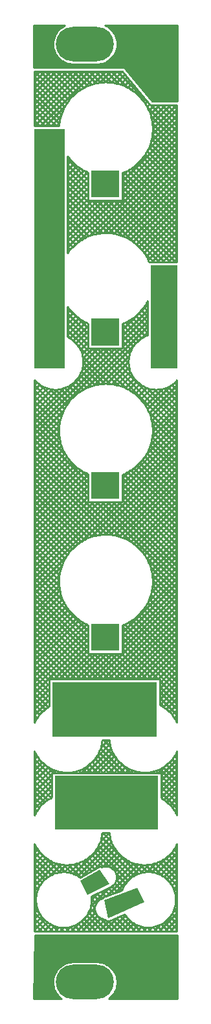
<source format=gtl>
G04 DipTrace 3.3.0.0*
G04 uPeaks_panel.GTL*
%MOIN*%
G04 #@! TF.FileFunction,Copper,L1,Top*
G04 #@! TF.Part,Single*
G04 #@! TA.AperFunction,CopperBalancing*
%ADD14C,0.01*%
G04 #@! TA.AperFunction,ComponentPad*
%ADD17O,0.299213X0.177165*%
%FSLAX26Y26*%
G04*
G70*
G90*
G75*
G01*
G04 Top*
%LPD*%
X450954Y5190396D2*
D14*
X425714Y5165156D1*
X479239Y5190396D2*
X425714Y5136871D1*
X507523Y5190396D2*
X425714Y5108587D1*
X535807Y5190396D2*
X425714Y5080303D1*
X564091Y5190396D2*
X425714Y5052018D1*
X592376Y5190396D2*
X425714Y5023734D1*
X620660Y5190396D2*
X425714Y4995450D1*
X648944Y5190396D2*
X425714Y4967166D1*
X677229Y5190396D2*
X425714Y4938881D1*
X705513Y5190396D2*
X425714Y4910597D1*
X733797Y5190396D2*
X453515Y4910114D1*
X762081Y5190396D2*
X679596Y5107910D1*
X578082Y5006396D2*
X481799Y4910114D1*
X790366Y5190396D2*
X726883Y5126914D1*
X559092Y4959122D2*
X510083Y4910114D1*
X818650Y5190396D2*
X762405Y5134151D1*
X551855Y4923601D2*
X538368Y4910114D1*
X846934Y5190396D2*
X792595Y5136056D1*
X875218Y5190396D2*
X819401Y5134579D1*
X889374Y5176268D2*
X843708Y5130601D1*
X902126Y5160734D2*
X866044Y5124653D1*
X914887Y5145211D2*
X886691Y5117015D1*
X927634Y5129674D2*
X905860Y5107900D1*
X940395Y5114151D2*
X923676Y5097432D1*
X953142Y5098614D2*
X940249Y5085720D1*
X600279Y4745751D2*
X595603Y4741075D1*
X965903Y5083091D2*
X955606Y5072794D1*
X613206Y4730394D2*
X595603Y4712791D1*
X978664Y5067568D2*
X969790Y5058693D1*
X627307Y4716210D2*
X595603Y4684506D1*
X991412Y5052031D2*
X982799Y5043418D1*
X642581Y4703200D2*
X595603Y4656222D1*
X1004173Y5036507D2*
X994607Y5026942D1*
X659058Y4691392D2*
X595603Y4627938D1*
X1016920Y5020970D2*
X1005159Y5009209D1*
X676790Y4680841D2*
X595603Y4599654D1*
X1039625Y5015391D2*
X1014384Y4990150D1*
X695849Y4671615D2*
X595603Y4571369D1*
X1067909Y5015391D2*
X1022132Y4969614D1*
X700890Y4648372D2*
X595603Y4543085D1*
X1096193Y5015391D2*
X1028236Y4947434D1*
X700890Y4620088D2*
X595603Y4514801D1*
X1124477Y5015391D2*
X1032366Y4923279D1*
X700890Y4591804D2*
X595603Y4486516D1*
X1152762Y5015391D2*
X1034051Y4896680D1*
X700890Y4563519D2*
X595603Y4458232D1*
X1158286Y4992631D2*
X1032435Y4866780D1*
X700890Y4535235D2*
X595603Y4429948D1*
X1158286Y4964347D2*
X1025709Y4831770D1*
X721827Y4527888D2*
X595603Y4401664D1*
X1158286Y4936062D2*
X1008156Y4785932D1*
X900068Y4677844D2*
X876857Y4654634D1*
X750111Y4527888D2*
X595603Y4373379D1*
X1158286Y4907778D2*
X876857Y4626350D1*
X778396Y4527888D2*
X595603Y4345095D1*
X1158286Y4879494D2*
X876857Y4598065D1*
X806680Y4527888D2*
X595603Y4316811D1*
X1158286Y4851210D2*
X876857Y4569781D1*
X834964Y4527888D2*
X595603Y4288527D1*
X1158286Y4822925D2*
X876857Y4541497D1*
X863248Y4527888D2*
X648898Y4313538D1*
X1158286Y4794641D2*
X710149Y4346504D1*
X1158286Y4766357D2*
X748998Y4357069D1*
X1158286Y4738072D2*
X780984Y4360770D1*
X1158286Y4709788D2*
X809006Y4360508D1*
X1158286Y4681504D2*
X834238Y4357456D1*
X1158286Y4653220D2*
X857315Y4352249D1*
X1158286Y4624935D2*
X878611Y4345261D1*
X1158286Y4596651D2*
X898347Y4336712D1*
X1158286Y4568367D2*
X916701Y4326782D1*
X1158286Y4540083D2*
X933757Y4315554D1*
X1158286Y4511798D2*
X949598Y4303111D1*
X607889Y3961401D2*
X595603Y3949115D1*
X1158286Y4483514D2*
X964251Y4289479D1*
X621520Y3946748D2*
X595603Y3920831D1*
X1158286Y4455230D2*
X977731Y4274674D1*
X636325Y3933269D2*
X595603Y3892547D1*
X1158286Y4426945D2*
X990022Y4258682D1*
X652318Y3920977D2*
X595603Y3864262D1*
X1158286Y4398661D2*
X1001098Y4241474D1*
X669526Y3909901D2*
X595603Y3835978D1*
X1158286Y4370377D2*
X1010863Y4222953D1*
X688046Y3900137D2*
X608364Y3820455D1*
X1158286Y4342093D2*
X1026303Y4210109D1*
X700890Y3884697D2*
X624744Y3808550D1*
X1158286Y4313808D2*
X1054587Y4210109D1*
X700890Y3856412D2*
X639120Y3794643D1*
X435573Y3591096D2*
X425704Y3581226D1*
X1158286Y4285524D2*
X1082871Y4210109D1*
X700890Y3828128D2*
X651495Y3778733D1*
X451483Y3578721D2*
X425704Y3552942D1*
X1158286Y4257240D2*
X1111156Y4210109D1*
X700890Y3799844D2*
X661770Y3760724D1*
X469492Y3568446D2*
X425704Y3524658D1*
X1158286Y4228956D2*
X1139440Y4210109D1*
X700890Y3771560D2*
X669656Y3740325D1*
X489877Y3560546D2*
X425704Y3496374D1*
X723001Y3765386D2*
X674628Y3717013D1*
X513203Y3555588D2*
X425704Y3468089D1*
X879559Y3893660D2*
X876857Y3890959D1*
X751285Y3765386D2*
X675443Y3689544D1*
X540659Y3554760D2*
X425704Y3439805D1*
X1007142Y3992959D2*
X968174Y3953990D1*
X957009Y3942826D2*
X876857Y3862674D1*
X779570Y3765386D2*
X668661Y3654478D1*
X575738Y3561554D2*
X425704Y3411521D1*
X1007142Y3964674D2*
X876857Y3834390D1*
X807854Y3765386D2*
X425704Y3383236D1*
X1007142Y3936390D2*
X876857Y3806106D1*
X836138Y3765386D2*
X425704Y3354952D1*
X1007142Y3908106D2*
X876857Y3777821D1*
X864422Y3765386D2*
X425704Y3326668D1*
X1007142Y3879822D2*
X690814Y3563493D1*
X572506Y3445186D2*
X425704Y3298384D1*
X1007142Y3851537D2*
X974361Y3818756D1*
X931570Y3775965D2*
X734552Y3578948D1*
X557052Y3401447D2*
X425704Y3270099D1*
X911351Y3727462D2*
X768761Y3584872D1*
X551127Y3367238D2*
X425704Y3241815D1*
X908216Y3696043D2*
X798164Y3585991D1*
X550008Y3337835D2*
X425704Y3213531D1*
X910812Y3670355D2*
X824418Y3583961D1*
X552039Y3311581D2*
X425704Y3185247D1*
X916972Y3648230D2*
X848311Y3579569D1*
X556430Y3287689D2*
X425704Y3156962D1*
X925811Y3628785D2*
X870284Y3573258D1*
X562742Y3265716D2*
X425704Y3128678D1*
X936915Y3611604D2*
X890613Y3565303D1*
X570697Y3245387D2*
X425704Y3100394D1*
X950049Y3596454D2*
X909506Y3555911D1*
X580088Y3226494D2*
X425704Y3072110D1*
X965171Y3583292D2*
X927073Y3545194D1*
X590805Y3208926D2*
X425704Y3043825D1*
X982338Y3572175D2*
X943397Y3533234D1*
X602765Y3192602D2*
X425704Y3015541D1*
X1001756Y3563308D2*
X958520Y3520073D1*
X615927Y3177479D2*
X425704Y2987257D1*
X1023853Y3557121D2*
X972483Y3505751D1*
X630248Y3163517D2*
X425704Y2958972D1*
X1049485Y3554470D2*
X985244Y3490228D1*
X645772Y3150756D2*
X425704Y2930688D1*
X1080822Y3557522D2*
X996817Y3473517D1*
X662483Y3139182D2*
X425704Y2902404D1*
X1128842Y3577257D2*
X1007106Y3455522D1*
X680478Y3128894D2*
X425704Y2874120D1*
X1158286Y3578417D2*
X1016055Y3436187D1*
X699813Y3119944D2*
X425704Y2845835D1*
X1158286Y3550133D2*
X1023485Y3415333D1*
X700890Y3092737D2*
X425704Y2817551D1*
X1158286Y3521849D2*
X1029217Y3392780D1*
X700890Y3064453D2*
X425704Y2789267D1*
X1158286Y3493564D2*
X1032918Y3368197D1*
X700890Y3036169D2*
X425704Y2760983D1*
X1158286Y3465280D2*
X1034037Y3341031D1*
X700890Y3007884D2*
X425704Y2732698D1*
X1158286Y3436996D2*
X1031592Y3310302D1*
X700890Y2979600D2*
X425704Y2704414D1*
X1158286Y3408712D2*
X1023416Y3273842D1*
X727462Y2977888D2*
X425704Y2676130D1*
X1158286Y3380427D2*
X1001499Y3223640D1*
X912359Y3134501D2*
X876857Y3098999D1*
X755746Y2977888D2*
X425704Y2647845D1*
X1158286Y3352143D2*
X876857Y3070715D1*
X784030Y2977888D2*
X425704Y2619561D1*
X1158286Y3323859D2*
X876857Y3042430D1*
X812315Y2977888D2*
X425704Y2591277D1*
X1158286Y3295575D2*
X876857Y3014146D1*
X840599Y2977888D2*
X425704Y2562993D1*
X1158286Y3267290D2*
X876857Y2985862D1*
X868890Y2977894D2*
X666314Y2775318D1*
X585681Y2694686D2*
X425704Y2534708D1*
X1158286Y3239006D2*
X718711Y2799431D1*
X561568Y2642288D2*
X425704Y2506424D1*
X1158286Y3210722D2*
X755779Y2808215D1*
X552784Y2605220D2*
X425704Y2478140D1*
X1158286Y3182438D2*
X786839Y2810991D1*
X550008Y2574160D2*
X425704Y2449856D1*
X1158286Y3154153D2*
X814226Y2810093D1*
X550906Y2546773D2*
X425704Y2421571D1*
X1158286Y3125869D2*
X838989Y2806572D1*
X554428Y2522011D2*
X425704Y2393287D1*
X1158286Y3097585D2*
X861693Y2800992D1*
X560007Y2499306D2*
X425704Y2365003D1*
X1158286Y3069300D2*
X882658Y2793672D1*
X567327Y2478341D2*
X425704Y2336718D1*
X1158286Y3041016D2*
X902103Y2784834D1*
X576166Y2458896D2*
X425704Y2308434D1*
X1158286Y3012732D2*
X920195Y2774641D1*
X586358Y2440804D2*
X425704Y2280150D1*
X1158286Y2984448D2*
X937003Y2763165D1*
X597835Y2423996D2*
X425704Y2251866D1*
X1158286Y2956163D2*
X952609Y2750486D1*
X610513Y2408390D2*
X425704Y2223581D1*
X1158286Y2927879D2*
X967027Y2736620D1*
X624379Y2393972D2*
X425704Y2195297D1*
X1158286Y2899595D2*
X980272Y2721581D1*
X639419Y2380728D2*
X425704Y2167013D1*
X1158286Y2871311D2*
X992329Y2705353D1*
X655646Y2368671D2*
X425704Y2138729D1*
X1158286Y2843026D2*
X1003142Y2687883D1*
X673117Y2357857D2*
X425704Y2110444D1*
X1158286Y2814742D2*
X1012644Y2669100D1*
X691899Y2348355D2*
X425704Y2082160D1*
X1158286Y2786458D2*
X1020710Y2648881D1*
X700890Y2329062D2*
X425704Y2053876D1*
X1158286Y2758173D2*
X1027145Y2627033D1*
X700890Y2300778D2*
X425704Y2025591D1*
X1158286Y2729889D2*
X1031703Y2603306D1*
X700890Y2272493D2*
X425704Y1997307D1*
X1158286Y2701605D2*
X1033940Y2577259D1*
X700890Y2244209D2*
X523042Y2066361D1*
X500898Y2044217D2*
X425704Y1969023D1*
X1158286Y2673321D2*
X1033098Y2548132D1*
X700890Y2215925D2*
X551326Y2066361D1*
X500898Y2015932D2*
X425704Y1940739D1*
X1158286Y2645036D2*
X1027629Y2514379D1*
X709895Y2196645D2*
X579610Y2066361D1*
X500898Y1987648D2*
X425704Y1912454D1*
X1158286Y2616752D2*
X1013293Y2471759D1*
X889240Y2347706D2*
X876857Y2335324D1*
X738179Y2196645D2*
X607895Y2066361D1*
X500898Y1959364D2*
X425704Y1884170D1*
X1158286Y2588468D2*
X876857Y2307039D1*
X766463Y2196645D2*
X636179Y2066361D1*
X500898Y1931079D2*
X490421Y1920603D1*
X440393Y1870575D2*
X425704Y1855886D1*
X1158286Y2560184D2*
X876857Y2278755D1*
X794747Y2196645D2*
X664463Y2066361D1*
X1158286Y2531899D2*
X876857Y2250471D1*
X823032Y2196645D2*
X692747Y2066361D1*
X1158286Y2503615D2*
X876857Y2222186D1*
X851316Y2196645D2*
X721032Y2066361D1*
X1158286Y2475331D2*
X749316Y2066361D1*
X1158286Y2447046D2*
X777600Y2066361D1*
X1158286Y2418762D2*
X805884Y2066361D1*
X1158286Y2390478D2*
X834169Y2066361D1*
X437783Y1669975D2*
X425704Y1657896D1*
X1158286Y2362194D2*
X862453Y2066361D1*
X449646Y1653554D2*
X425704Y1629612D1*
X1158286Y2333909D2*
X890737Y2066361D1*
X463084Y1638707D2*
X425704Y1601327D1*
X1158286Y2305625D2*
X919021Y2066361D1*
X478082Y1625422D2*
X425704Y1573043D1*
X1158286Y2277341D2*
X947306Y2066361D1*
X494655Y1613710D2*
X425704Y1544759D1*
X1158286Y2249057D2*
X975590Y2066361D1*
X512927Y1603697D2*
X425704Y1516475D1*
X1158286Y2220772D2*
X1003874Y2066361D1*
X533063Y1595549D2*
X522627Y1585114D1*
X513396Y1575883D2*
X425704Y1488190D1*
X1158286Y2192488D2*
X1032159Y2066361D1*
X555367Y1589569D2*
X550912Y1585114D1*
X513396Y1547598D2*
X425704Y1459906D1*
X1158286Y2164204D2*
X1060443Y2066361D1*
X513396Y1519314D2*
X425704Y1431622D1*
X1158286Y2135919D2*
X1070608Y2048241D1*
X513396Y1491030D2*
X425704Y1403338D1*
X1158286Y2107635D2*
X1070608Y2019957D1*
X803545Y1752894D2*
X767035Y1716384D1*
X644625Y1593975D2*
X635764Y1585114D1*
X513396Y1462746D2*
X505378Y1454727D1*
X431278Y1380627D2*
X425704Y1375053D1*
X1158286Y2079351D2*
X1070608Y1991672D1*
X812356Y1733421D2*
X736182Y1657247D1*
X703763Y1624828D2*
X664049Y1585114D1*
X1158286Y2051067D2*
X1070608Y1963388D1*
X818226Y1711006D2*
X692333Y1585114D1*
X1158286Y2022782D2*
X1070608Y1935104D1*
X826291Y1690787D2*
X720617Y1585114D1*
X1158286Y1994498D2*
X1088561Y1924774D1*
X836235Y1672447D2*
X748902Y1585114D1*
X1158286Y1966214D2*
X1105217Y1913145D1*
X847863Y1655791D2*
X777186Y1585114D1*
X1158286Y1937930D2*
X1120285Y1899928D1*
X861080Y1640724D2*
X805470Y1585114D1*
X429552Y1209195D2*
X425706Y1205349D1*
X1158286Y1909645D2*
X1133791Y1885151D1*
X875844Y1627203D2*
X833754Y1585114D1*
X440089Y1191449D2*
X425704Y1177063D1*
X1158286Y1881361D2*
X1145724Y1868799D1*
X892209Y1615284D2*
X862039Y1585114D1*
X452284Y1175359D2*
X425704Y1148779D1*
X1158286Y1853077D2*
X1155989Y1850780D1*
X910219Y1605009D2*
X890323Y1585114D1*
X466039Y1160830D2*
X425704Y1120495D1*
X930078Y1596585D2*
X918607Y1585114D1*
X481369Y1147876D2*
X425704Y1092211D1*
X952051Y1590273D2*
X946891Y1585114D1*
X498287Y1136510D2*
X425704Y1063926D1*
X516918Y1126856D2*
X425704Y1035642D1*
X537468Y1119122D2*
X425704Y1007358D1*
X1038976Y1592345D2*
X1031744Y1585114D1*
X560284Y1113653D2*
X503513Y1056883D1*
X451027Y1004397D2*
X425704Y979073D1*
X1158286Y1683371D2*
X1146069Y1671154D1*
X1089854Y1614939D2*
X1060029Y1585114D1*
X585985Y1111070D2*
X548881Y1073967D1*
X433930Y959015D2*
X425704Y950789D1*
X1158286Y1655087D2*
X1076850Y1573651D1*
X781089Y1277890D2*
X773346Y1270147D1*
X615858Y1112659D2*
X579693Y1076494D1*
X431416Y928217D2*
X425704Y922505D1*
X1158286Y1626803D2*
X1076850Y1545367D1*
X809373Y1277890D2*
X764107Y1232624D1*
X653381Y1121898D2*
X605022Y1073538D1*
X434358Y902874D2*
X425704Y894221D1*
X1158286Y1598518D2*
X1076850Y1517082D1*
X813364Y1253597D2*
X626912Y1067144D1*
X440752Y880984D2*
X425704Y865936D1*
X1158286Y1570234D2*
X1076850Y1488798D1*
X819731Y1231679D2*
X646164Y1058112D1*
X449784Y861732D2*
X425704Y837652D1*
X1158286Y1541950D2*
X1076850Y1460514D1*
X828197Y1211861D2*
X672321Y1055985D1*
X461054Y844718D2*
X425704Y809368D1*
X1158286Y1513666D2*
X1092125Y1447504D1*
X838500Y1193879D2*
X736983Y1092362D1*
X474354Y829733D2*
X425704Y781084D1*
X1158286Y1485381D2*
X1108449Y1435544D1*
X850460Y1177555D2*
X776758Y1103853D1*
X489628Y816723D2*
X445509Y772604D1*
X1158286Y1457097D2*
X1123199Y1422010D1*
X863994Y1162805D2*
X805802Y1104613D1*
X506974Y805785D2*
X473793Y772604D1*
X1158286Y1428813D2*
X1136388Y1406914D1*
X879089Y1149616D2*
X825316Y1095843D1*
X526586Y797112D2*
X502077Y772604D1*
X1158286Y1400528D2*
X1147975Y1390217D1*
X895773Y1138015D2*
X839403Y1081645D1*
X548917Y791160D2*
X530361Y772604D1*
X914155Y1128113D2*
X848035Y1061993D1*
X751686Y965644D2*
X719043Y933001D1*
X574909Y788867D2*
X558646Y772604D1*
X934415Y1120089D2*
X846888Y1032562D1*
X808144Y993818D2*
X715314Y900988D1*
X606908Y792582D2*
X586930Y772604D1*
X956885Y1114274D2*
X794049Y951438D1*
X734782Y892171D2*
X691201Y848590D1*
X659306Y816696D2*
X615214Y772604D1*
X982117Y1111222D2*
X838975Y968080D1*
X738124Y867229D2*
X643498Y772604D1*
X1011271Y1112092D2*
X970784Y1071605D1*
X748716Y849538D2*
X671783Y772604D1*
X1047262Y1119799D2*
X1004482Y1077019D1*
X764502Y837039D2*
X700067Y772604D1*
X1158286Y1202539D2*
X1124331Y1168584D1*
X1117423Y1161675D2*
X1031316Y1075569D1*
X786282Y830534D2*
X728351Y772604D1*
X1158286Y1174254D2*
X1054228Y1070196D1*
X805810Y821778D2*
X756636Y772604D1*
X1158286Y1145970D2*
X1074295Y1061979D1*
X854589Y842273D2*
X784920Y772604D1*
X1158286Y1117686D2*
X1092042Y1051441D1*
X891367Y850767D2*
X813204Y772604D1*
X1158286Y1089401D2*
X1107689Y1038805D1*
X903990Y835105D2*
X841488Y772604D1*
X1158286Y1061117D2*
X1121362Y1024193D1*
X918615Y821447D2*
X869773Y772604D1*
X1158286Y1032833D2*
X1133004Y1007551D1*
X935257Y809804D2*
X898057Y772604D1*
X1158286Y1004549D2*
X1142464Y988727D1*
X954067Y800330D2*
X926341Y772604D1*
X1158286Y976264D2*
X1149397Y967376D1*
X975433Y793411D2*
X954625Y772604D1*
X1158286Y947980D2*
X1153064Y942758D1*
X1000029Y789724D2*
X982910Y772604D1*
X1158286Y919696D2*
X1151828Y913238D1*
X1029570Y790980D2*
X1011194Y772604D1*
X1158286Y891412D2*
X1139523Y872648D1*
X1070160Y803286D2*
X1039478Y772604D1*
X1158286Y863127D2*
X1067763Y772604D1*
X1158286Y834843D2*
X1096047Y772604D1*
X1158286Y806559D2*
X1124331Y772604D1*
X1158286Y778274D2*
X1152615Y772604D1*
X1138349Y5015387D2*
X1158286Y4995450D1*
X1110065Y5015387D2*
X1158286Y4967166D1*
X1081780Y5015387D2*
X1158286Y4938881D1*
X878487Y5190396D2*
X880914Y5187969D1*
X1053496Y5015387D2*
X1158286Y4910597D1*
X850203Y5190396D2*
X1011037Y5029562D1*
X1023817Y5016782D2*
X1158286Y4882313D1*
X821919Y5190396D2*
X904404Y5107910D1*
X1005918Y5006396D2*
X1158286Y4854029D1*
X793634Y5190396D2*
X857117Y5126914D1*
X1024908Y4959122D2*
X1158286Y4825744D1*
X765350Y5190396D2*
X821595Y5134151D1*
X1032145Y4923601D2*
X1158286Y4797460D1*
X737066Y5190396D2*
X791405Y5136056D1*
X1034064Y4893397D2*
X1158286Y4769176D1*
X708782Y5190396D2*
X764599Y5134579D1*
X1032573Y4866605D2*
X1158286Y4740892D1*
X680497Y5190396D2*
X740292Y5130601D1*
X1028609Y4842284D2*
X1158286Y4712607D1*
X652223Y5190386D2*
X717956Y5124653D1*
X1022653Y4819956D2*
X1158296Y4684313D1*
X623939Y5190386D2*
X697309Y5117015D1*
X1015016Y4799309D2*
X1158296Y4656029D1*
X595654Y5190386D2*
X678140Y5107900D1*
X1005901Y4780140D2*
X1158296Y4627744D1*
X567370Y5190386D2*
X660324Y5097432D1*
X995432Y4762324D2*
X1158296Y4599460D1*
X539086Y5190386D2*
X643751Y5085720D1*
X983721Y4745751D2*
X1158296Y4571176D1*
X510802Y5190386D2*
X628394Y5072794D1*
X970794Y4730394D2*
X1158296Y4542892D1*
X482517Y5190386D2*
X614210Y5058693D1*
X956693Y4716210D2*
X1158296Y4514607D1*
X454233Y5190386D2*
X601201Y5043418D1*
X941419Y4703200D2*
X1158296Y4486323D1*
X425949Y5190386D2*
X589393Y5026942D1*
X924942Y4691392D2*
X1158296Y4458039D1*
X425714Y5162336D2*
X578841Y5009209D1*
X907210Y4680841D2*
X1158296Y4429755D1*
X425714Y5134052D2*
X569616Y4990150D1*
X888151Y4671615D2*
X1158296Y4401470D1*
X425714Y5105768D2*
X561868Y4969614D1*
X876854Y4654628D2*
X1158296Y4373186D1*
X425714Y5077484D2*
X555764Y4947434D1*
X876854Y4626344D2*
X1158296Y4344902D1*
X425714Y5049199D2*
X551634Y4923279D1*
X876854Y4598060D2*
X1158296Y4316617D1*
X425714Y5020915D2*
X536525Y4910104D1*
X876854Y4569775D2*
X1158296Y4288333D1*
X425714Y4992631D2*
X508241Y4910104D1*
X876854Y4541491D2*
X1158296Y4260049D1*
X425714Y4964347D2*
X479957Y4910104D1*
X862173Y4527888D2*
X1158296Y4231765D1*
X425714Y4936062D2*
X451673Y4910104D1*
X683932Y4677844D2*
X700886Y4660890D1*
X833889Y4527888D2*
X1151667Y4210109D1*
X595613Y4737879D2*
X700886Y4632606D1*
X805604Y4527888D2*
X1123383Y4210109D1*
X595613Y4709595D2*
X700886Y4604322D1*
X777320Y4527888D2*
X1095098Y4210109D1*
X595613Y4681311D2*
X700886Y4576037D1*
X749036Y4527888D2*
X1066814Y4210109D1*
X595613Y4653026D2*
X700886Y4547753D1*
X720752Y4527888D2*
X935102Y4313538D1*
X986538Y4262101D2*
X1038530Y4210109D1*
X595613Y4624742D2*
X873851Y4346504D1*
X595613Y4596458D2*
X835002Y4357069D1*
X595613Y4568173D2*
X803016Y4360770D1*
X595613Y4539889D2*
X774994Y4360508D1*
X595613Y4511605D2*
X749762Y4357456D1*
X595613Y4483321D2*
X726685Y4352249D1*
X595613Y4455036D2*
X705389Y4345261D1*
X595613Y4426752D2*
X685653Y4336712D1*
X595613Y4398468D2*
X667299Y4326782D1*
X999783Y3994298D2*
X1007138Y3986943D1*
X595613Y4370184D2*
X650243Y4315554D1*
X988554Y3977242D2*
X1007138Y3958658D1*
X595613Y4341899D2*
X634402Y4303111D1*
X976111Y3961401D2*
X1007138Y3930374D1*
X595613Y4313615D2*
X619749Y4289479D1*
X962480Y3946748D2*
X1007138Y3902090D1*
X595613Y4285331D2*
X606269Y4274674D1*
X947675Y3933269D2*
X1007138Y3873806D1*
X931682Y3920977D2*
X1007138Y3845521D1*
X914474Y3909901D2*
X994156Y3830219D1*
X895954Y3900137D2*
X975622Y3820469D1*
X876854Y3890953D2*
X959243Y3808564D1*
X876854Y3862669D2*
X944866Y3794657D1*
X1148413Y3591109D2*
X1158296Y3581226D1*
X876854Y3834384D2*
X932478Y3778761D1*
X1132503Y3578735D2*
X1158296Y3552942D1*
X876854Y3806100D2*
X922202Y3760751D1*
X1114494Y3568460D2*
X1158296Y3524658D1*
X876854Y3777816D2*
X914303Y3740367D1*
X1094109Y3560560D2*
X1158296Y3496374D1*
X860999Y3765386D2*
X909345Y3717041D1*
X1070797Y3555588D2*
X1158296Y3468089D1*
X832715Y3765386D2*
X908516Y3689585D1*
X1043341Y3554760D2*
X1158296Y3439805D1*
X595613Y3974204D2*
X615826Y3953990D1*
X626991Y3942826D2*
X700886Y3868930D1*
X804430Y3765386D2*
X915283Y3654533D1*
X1008276Y3561541D2*
X1158296Y3411521D1*
X595613Y3945919D2*
X700886Y3840646D1*
X776146Y3765386D2*
X1158296Y3383236D1*
X595613Y3917635D2*
X700886Y3812362D1*
X747862Y3765386D2*
X1158296Y3354952D1*
X595613Y3889351D2*
X700886Y3784078D1*
X719578Y3765386D2*
X1158296Y3326668D1*
X595613Y3861067D2*
X893186Y3563493D1*
X1011494Y3445186D2*
X1158296Y3298384D1*
X595613Y3832782D2*
X609708Y3818687D1*
X652320Y3776076D2*
X849448Y3578948D1*
X1026948Y3401447D2*
X1158296Y3270099D1*
X672594Y3727517D2*
X815239Y3584872D1*
X1032873Y3367238D2*
X1158296Y3241815D1*
X675756Y3696070D2*
X785836Y3585991D1*
X1033992Y3337835D2*
X1158296Y3213531D1*
X673146Y3670396D2*
X759582Y3583961D1*
X1031961Y3311581D2*
X1158296Y3185247D1*
X667000Y3648258D2*
X735689Y3579569D1*
X1027570Y3287689D2*
X1158296Y3156962D1*
X658162Y3628812D2*
X713716Y3573258D1*
X1021258Y3265716D2*
X1158296Y3128678D1*
X647072Y3611618D2*
X693387Y3565303D1*
X1013303Y3245387D2*
X1158296Y3100394D1*
X633938Y3596468D2*
X674494Y3555911D1*
X1003912Y3226494D2*
X1158296Y3072110D1*
X618815Y3583306D2*
X656927Y3545194D1*
X993195Y3208926D2*
X1158296Y3043825D1*
X601648Y3572189D2*
X640603Y3533234D1*
X981235Y3192602D2*
X1158296Y3015541D1*
X582230Y3563322D2*
X625480Y3520073D1*
X968073Y3177479D2*
X1158296Y2987257D1*
X560147Y3557121D2*
X611517Y3505751D1*
X953752Y3163517D2*
X1158296Y2958972D1*
X534515Y3554470D2*
X598756Y3490228D1*
X938228Y3150756D2*
X1158296Y2930688D1*
X503192Y3557508D2*
X587183Y3473517D1*
X921517Y3139182D2*
X1158296Y2902404D1*
X455227Y3577188D2*
X576894Y3455522D1*
X903522Y3128894D2*
X1158296Y2874120D1*
X425714Y3578417D2*
X567945Y3436187D1*
X884187Y3119944D2*
X1158296Y2845835D1*
X425714Y3550133D2*
X560515Y3415333D1*
X876854Y3098993D2*
X1158296Y2817551D1*
X425714Y3521849D2*
X554783Y3392780D1*
X876854Y3070709D2*
X1158296Y2789267D1*
X425714Y3493564D2*
X551082Y3368197D1*
X876854Y3042425D2*
X1158296Y2760983D1*
X425714Y3465280D2*
X549963Y3341031D1*
X876854Y3014141D2*
X1158296Y2732698D1*
X425714Y3436996D2*
X552408Y3310302D1*
X876854Y2985856D2*
X1158296Y2704414D1*
X425714Y3408712D2*
X560584Y3273842D1*
X856538Y2977888D2*
X1158296Y2676130D1*
X425714Y3380427D2*
X582501Y3223640D1*
X671641Y3134501D2*
X700886Y3105255D1*
X828254Y2977888D2*
X1158296Y2647845D1*
X425714Y3352143D2*
X700886Y3076971D1*
X799970Y2977888D2*
X1158296Y2619561D1*
X425714Y3323859D2*
X700886Y3048687D1*
X771685Y2977888D2*
X1158296Y2591277D1*
X425714Y3295575D2*
X700886Y3020402D1*
X743401Y2977888D2*
X1158296Y2562993D1*
X425714Y3267290D2*
X700886Y2992118D1*
X715117Y2977888D2*
X917686Y2775318D1*
X998319Y2694686D2*
X1158296Y2534708D1*
X425714Y3239006D2*
X865289Y2799431D1*
X1022432Y2642288D2*
X1158296Y2506424D1*
X425714Y3210722D2*
X828221Y2808215D1*
X1031216Y2605220D2*
X1158296Y2478140D1*
X425714Y3182438D2*
X797161Y2810991D1*
X1033992Y2574160D2*
X1158296Y2449856D1*
X425714Y3154153D2*
X769774Y2810093D1*
X1033094Y2546773D2*
X1158296Y2421571D1*
X425714Y3125869D2*
X745011Y2806572D1*
X1029572Y2522011D2*
X1158296Y2393287D1*
X425714Y3097585D2*
X722307Y2800992D1*
X1023993Y2499306D2*
X1158296Y2365003D1*
X425714Y3069300D2*
X701342Y2793672D1*
X1016673Y2478341D2*
X1158296Y2336718D1*
X425714Y3041016D2*
X681897Y2784834D1*
X1007834Y2458896D2*
X1158296Y2308434D1*
X425714Y3012732D2*
X663805Y2774641D1*
X997642Y2440804D2*
X1158296Y2280150D1*
X425714Y2984448D2*
X646997Y2763165D1*
X986165Y2423996D2*
X1158296Y2251866D1*
X425714Y2956163D2*
X631391Y2750486D1*
X973487Y2408390D2*
X1158296Y2223581D1*
X425714Y2927879D2*
X616973Y2736620D1*
X959621Y2393972D2*
X1158296Y2195297D1*
X425714Y2899595D2*
X603728Y2721581D1*
X944581Y2380728D2*
X1158296Y2167013D1*
X425714Y2871311D2*
X591671Y2705353D1*
X928354Y2368671D2*
X1158296Y2138729D1*
X425714Y2843026D2*
X580858Y2687883D1*
X910883Y2357857D2*
X1158296Y2110444D1*
X425714Y2814742D2*
X571356Y2669100D1*
X892101Y2348355D2*
X1158296Y2082160D1*
X425714Y2786458D2*
X563290Y2648881D1*
X876854Y2335318D2*
X1158296Y2053876D1*
X425714Y2758173D2*
X556855Y2627033D1*
X876854Y2307034D2*
X1158296Y2025591D1*
X425714Y2729889D2*
X552297Y2603306D1*
X876854Y2278750D2*
X1158296Y1997307D1*
X425714Y2701605D2*
X550060Y2577259D1*
X876854Y2250465D2*
X1060958Y2066361D1*
X1070604Y2056715D2*
X1158296Y1969023D1*
X425714Y2673321D2*
X550902Y2548132D1*
X876854Y2222181D2*
X1032674Y2066361D1*
X1070604Y2028431D2*
X1158296Y1940739D1*
X425714Y2645036D2*
X556371Y2514379D1*
X874105Y2196645D2*
X1004390Y2066361D1*
X1070604Y2000147D2*
X1158296Y1912454D1*
X425714Y2616752D2*
X570707Y2471759D1*
X694760Y2347706D2*
X700886Y2341580D1*
X845821Y2196645D2*
X976105Y2066361D1*
X1070604Y1971862D2*
X1158296Y1884170D1*
X425714Y2588468D2*
X700886Y2313296D1*
X817537Y2196645D2*
X947821Y2066361D1*
X1070604Y1943578D2*
X1093579Y1920603D1*
X1143607Y1870575D2*
X1158296Y1855886D1*
X425714Y2560184D2*
X700886Y2285011D1*
X789253Y2196645D2*
X919537Y2066361D1*
X425714Y2531899D2*
X700886Y2256727D1*
X760968Y2196645D2*
X891253Y2066361D1*
X425714Y2503615D2*
X700886Y2228443D1*
X732684Y2196645D2*
X862968Y2066361D1*
X425714Y2475331D2*
X834684Y2066361D1*
X425714Y2447046D2*
X806400Y2066361D1*
X425714Y2418762D2*
X778116Y2066361D1*
X425714Y2390478D2*
X749831Y2066361D1*
X1146217Y1669975D2*
X1158296Y1657896D1*
X425714Y2362194D2*
X721547Y2066361D1*
X1134354Y1653554D2*
X1158296Y1629612D1*
X425714Y2333909D2*
X693263Y2066361D1*
X1120916Y1638707D2*
X1158296Y1601327D1*
X425714Y2305625D2*
X664979Y2066361D1*
X1105918Y1625422D2*
X1158296Y1573043D1*
X425714Y2277341D2*
X636694Y2066361D1*
X1089345Y1613710D2*
X1158296Y1544759D1*
X425714Y2249057D2*
X608410Y2066361D1*
X1071073Y1603697D2*
X1158296Y1516475D1*
X425714Y2220772D2*
X580126Y2066361D1*
X1050937Y1595549D2*
X1061373Y1585114D1*
X1076860Y1569626D2*
X1158296Y1488190D1*
X425714Y2192488D2*
X551841Y2066361D1*
X1028633Y1589569D2*
X1033088Y1585114D1*
X1076860Y1541342D2*
X1158296Y1459906D1*
X425714Y2164204D2*
X523557Y2066361D1*
X1076860Y1513058D2*
X1158296Y1431622D1*
X425714Y2135919D2*
X500894Y2060740D1*
X1076860Y1484774D2*
X1158296Y1403338D1*
X425714Y2107635D2*
X500894Y2032455D1*
X780455Y1752894D2*
X816965Y1716384D1*
X939375Y1593975D2*
X948236Y1585114D1*
X1152722Y1380627D2*
X1158296Y1375053D1*
X425714Y2079351D2*
X500894Y2004171D1*
X771644Y1733421D2*
X847818Y1657247D1*
X880237Y1624828D2*
X919951Y1585114D1*
X425714Y2051067D2*
X500894Y1975887D1*
X765774Y1711006D2*
X891667Y1585114D1*
X425714Y2022782D2*
X500894Y1947603D1*
X757709Y1690787D2*
X863383Y1585114D1*
X425714Y1994498D2*
X495439Y1924774D1*
X747765Y1672447D2*
X835098Y1585114D1*
X425714Y1966214D2*
X478783Y1913145D1*
X736137Y1655791D2*
X806814Y1585114D1*
X425714Y1937930D2*
X463715Y1899928D1*
X722920Y1640724D2*
X778530Y1585114D1*
X1154448Y1209195D2*
X1158294Y1205349D1*
X425714Y1909645D2*
X450209Y1885151D1*
X708156Y1627203D2*
X750246Y1585114D1*
X1143911Y1191449D2*
X1158296Y1177063D1*
X425714Y1881361D2*
X438276Y1868799D1*
X691791Y1615284D2*
X721961Y1585114D1*
X1131716Y1175359D2*
X1158296Y1148779D1*
X425714Y1853077D2*
X428011Y1850780D1*
X673781Y1605009D2*
X693677Y1585114D1*
X1117961Y1160830D2*
X1158296Y1120495D1*
X653922Y1596585D2*
X665393Y1585114D1*
X1102631Y1147876D2*
X1158296Y1092211D1*
X631949Y1590273D2*
X637109Y1585114D1*
X1085713Y1136510D2*
X1158296Y1063926D1*
X1067082Y1126856D2*
X1158296Y1035642D1*
X1046532Y1119122D2*
X1158296Y1007358D1*
X545024Y1592345D2*
X552256Y1585114D1*
X1023716Y1113653D2*
X1078166Y1059203D1*
X1135403Y1001966D2*
X1158296Y979073D1*
X425714Y1683371D2*
X437931Y1671154D1*
X494146Y1614939D2*
X523971Y1585114D1*
X998015Y1111070D2*
X1034221Y1074864D1*
X1151065Y958020D2*
X1158296Y950789D1*
X425714Y1655087D2*
X513392Y1567408D1*
X802911Y1277890D2*
X810654Y1270147D1*
X968142Y1112659D2*
X1003754Y1077046D1*
X1153247Y927554D2*
X1158296Y922505D1*
X425714Y1626803D2*
X513392Y1539124D1*
X774627Y1277890D2*
X819893Y1232624D1*
X930619Y1121898D2*
X978605Y1073911D1*
X1150112Y902405D2*
X1158296Y894221D1*
X425714Y1598518D2*
X513392Y1510840D1*
X770636Y1253597D2*
X956853Y1067379D1*
X1143579Y880653D2*
X1158296Y865936D1*
X425714Y1570234D2*
X513392Y1482556D1*
X764269Y1231679D2*
X937712Y1058236D1*
X1134437Y861511D2*
X1158296Y837652D1*
X425714Y1541950D2*
X509857Y1457807D1*
X755803Y1211861D2*
X920780Y1046884D1*
X1123084Y844580D2*
X1158296Y809368D1*
X425714Y1513666D2*
X491875Y1447504D1*
X745500Y1193879D2*
X905892Y1033488D1*
X1109688Y829692D2*
X1158296Y781084D1*
X425714Y1485381D2*
X475551Y1435544D1*
X733540Y1177555D2*
X807242Y1103853D1*
X847161Y1063935D2*
X892979Y1018116D1*
X1094317Y816779D2*
X1138491Y772604D1*
X425714Y1457097D2*
X460801Y1422010D1*
X720006Y1162805D2*
X778198Y1104613D1*
X847920Y1034891D2*
X882138Y1000673D1*
X1076874Y805937D2*
X1110207Y772604D1*
X425714Y1428813D2*
X447612Y1406914D1*
X704911Y1149616D2*
X752593Y1101933D1*
X839137Y1015390D2*
X873230Y981297D1*
X1057152Y797375D2*
X1081923Y772604D1*
X425714Y1400528D2*
X436025Y1390217D1*
X688227Y1138015D2*
X734488Y1091755D1*
X824939Y1001303D2*
X852597Y973646D1*
X1034668Y791574D2*
X1053639Y772604D1*
X669845Y1128113D2*
X716382Y1081576D1*
X805908Y992050D2*
X831950Y966009D1*
X1008483Y789475D2*
X1025354Y772604D1*
X649585Y1120089D2*
X698290Y1071384D1*
X787057Y982617D2*
X811316Y958357D1*
X976083Y793590D2*
X997070Y772604D1*
X627115Y1114274D2*
X680184Y1061206D1*
X768191Y973198D2*
X790669Y950720D1*
X886079Y855310D2*
X898006Y843384D1*
X919584Y821806D2*
X968786Y772604D1*
X601883Y1111222D2*
X662078Y1051027D1*
X749340Y963766D2*
X771486Y941619D1*
X866344Y846762D2*
X940502Y772604D1*
X572729Y1112092D2*
X613782Y1071039D1*
X730488Y954333D2*
X753781Y931040D1*
X846622Y838199D2*
X912217Y772604D1*
X536738Y1119799D2*
X580112Y1076425D1*
X718929Y937608D2*
X741283Y915254D1*
X826887Y829650D2*
X883933Y772604D1*
X425714Y1202539D2*
X459669Y1168584D1*
X466577Y1161675D2*
X553292Y1074961D1*
X717465Y910788D2*
X734778Y893475D1*
X806543Y821709D2*
X855649Y772604D1*
X425714Y1174254D2*
X530393Y1069575D1*
X712078Y887890D2*
X747124Y852844D1*
X757101Y842867D2*
X827364Y772604D1*
X425714Y1145970D2*
X510327Y1061357D1*
X703847Y867837D2*
X799080Y772604D1*
X425714Y1117686D2*
X492607Y1050792D1*
X693296Y850104D2*
X770796Y772604D1*
X425714Y1089401D2*
X476960Y1038156D1*
X680659Y834456D2*
X742512Y772604D1*
X425714Y1061117D2*
X463301Y1023530D1*
X666034Y820798D2*
X714227Y772604D1*
X425714Y1032833D2*
X451659Y1006888D1*
X649392Y809155D2*
X685943Y772604D1*
X425714Y1004549D2*
X442198Y988064D1*
X630554Y799709D2*
X657659Y772604D1*
X425714Y976264D2*
X435279Y966699D1*
X609189Y792789D2*
X629375Y772604D1*
X425714Y947980D2*
X431619Y942075D1*
X584564Y789130D2*
X601090Y772604D1*
X425714Y919696D2*
X432890Y912520D1*
X555010Y790400D2*
X572806Y772604D1*
X425714Y891412D2*
X445278Y871847D1*
X514351Y802775D2*
X544522Y772604D1*
X425714Y863127D2*
X516237Y772604D1*
X425714Y834843D2*
X487953Y772604D1*
X425714Y806559D2*
X459669Y772604D1*
X425714Y778274D2*
X431385Y772604D1*
X1158996Y1220902D2*
X1154836Y1212047D1*
X1150098Y1203242D1*
X1144884Y1194710D1*
X1139210Y1186477D1*
X1133094Y1178568D1*
X1126552Y1171005D1*
X1119607Y1163813D1*
X1112277Y1157013D1*
X1104585Y1150624D1*
X1096555Y1144667D1*
X1088210Y1139159D1*
X1079575Y1134117D1*
X1070677Y1129556D1*
X1061543Y1125489D1*
X1052199Y1121930D1*
X1042674Y1118888D1*
X1032997Y1116373D1*
X1023197Y1114393D1*
X1013302Y1112952D1*
X1003343Y1112057D1*
X993351Y1111708D1*
X983354Y1111909D1*
X973383Y1112656D1*
X963469Y1113950D1*
X953640Y1115785D1*
X943926Y1118156D1*
X934357Y1121057D1*
X924962Y1124477D1*
X915768Y1128408D1*
X906804Y1132837D1*
X898096Y1137750D1*
X889670Y1143134D1*
X881552Y1148971D1*
X873767Y1155245D1*
X866337Y1161936D1*
X859285Y1169025D1*
X852632Y1176489D1*
X846399Y1184307D1*
X840604Y1192455D1*
X835264Y1200909D1*
X830396Y1209643D1*
X826014Y1218630D1*
X822131Y1227844D1*
X818759Y1237257D1*
X815909Y1246841D1*
X813588Y1256567D1*
X811804Y1266405D1*
X810562Y1276326D1*
X810372Y1278603D1*
X773630Y1278600D1*
X772585Y1269078D1*
X770947Y1259215D1*
X768771Y1249456D1*
X766062Y1239831D1*
X762831Y1230369D1*
X759085Y1221098D1*
X754836Y1212047D1*
X750098Y1203242D1*
X744884Y1194710D1*
X739210Y1186477D1*
X733094Y1178568D1*
X726552Y1171005D1*
X719607Y1163813D1*
X712277Y1157013D1*
X704585Y1150624D1*
X696555Y1144667D1*
X688210Y1139159D1*
X679575Y1134117D1*
X670677Y1129556D1*
X661543Y1125489D1*
X652199Y1121930D1*
X642674Y1118888D1*
X632997Y1116373D1*
X623197Y1114393D1*
X613302Y1112952D1*
X603343Y1112057D1*
X593351Y1111708D1*
X583354Y1111909D1*
X573383Y1112656D1*
X563469Y1113950D1*
X553640Y1115785D1*
X543926Y1118156D1*
X534357Y1121057D1*
X524962Y1124477D1*
X515768Y1128408D1*
X506804Y1132837D1*
X498096Y1137750D1*
X489670Y1143134D1*
X481552Y1148971D1*
X473767Y1155245D1*
X466337Y1161936D1*
X459285Y1169025D1*
X452632Y1176489D1*
X446399Y1184307D1*
X440604Y1192455D1*
X435264Y1200909D1*
X430396Y1209643D1*
X426014Y1218630D1*
X425004Y1220938D1*
X425000Y771910D1*
X1159011Y771900D1*
X1159000Y1220918D1*
X1076163Y1455689D2*
X1083579Y1451624D1*
X1092083Y1446366D1*
X1100287Y1440649D1*
X1108164Y1434492D1*
X1115692Y1427911D1*
X1122848Y1420928D1*
X1129611Y1413563D1*
X1135959Y1405838D1*
X1141875Y1397777D1*
X1147339Y1389404D1*
X1152336Y1380743D1*
X1156851Y1371822D1*
X1159007Y1367074D1*
X1159000Y1695918D1*
X1154836Y1687047D1*
X1150098Y1678242D1*
X1144884Y1669710D1*
X1139210Y1661477D1*
X1133094Y1653568D1*
X1126552Y1646005D1*
X1119607Y1638813D1*
X1112277Y1632013D1*
X1104585Y1625624D1*
X1096555Y1619667D1*
X1088210Y1614159D1*
X1079575Y1609117D1*
X1070677Y1604556D1*
X1061543Y1600489D1*
X1052199Y1596930D1*
X1042674Y1593888D1*
X1032997Y1591373D1*
X1023197Y1589393D1*
X1013302Y1587952D1*
X1003343Y1587057D1*
X993351Y1586708D1*
X983354Y1586909D1*
X973383Y1587656D1*
X963469Y1588950D1*
X953640Y1590785D1*
X943926Y1593156D1*
X934357Y1596057D1*
X924962Y1599477D1*
X915768Y1603408D1*
X906804Y1607837D1*
X898096Y1612750D1*
X889670Y1618134D1*
X881552Y1623971D1*
X873767Y1630245D1*
X866337Y1636936D1*
X859285Y1644025D1*
X852632Y1651489D1*
X846399Y1659307D1*
X840604Y1667455D1*
X835264Y1675909D1*
X830396Y1684643D1*
X826014Y1693630D1*
X822131Y1702844D1*
X818759Y1712257D1*
X815909Y1721841D1*
X813588Y1731567D1*
X811804Y1741405D1*
X810562Y1751326D1*
X810372Y1753603D1*
X773631Y1753600D1*
X772585Y1744078D1*
X770947Y1734215D1*
X768771Y1724456D1*
X766062Y1714831D1*
X762831Y1705369D1*
X759085Y1696098D1*
X754836Y1687047D1*
X750098Y1678242D1*
X744884Y1669710D1*
X739210Y1661477D1*
X733094Y1653568D1*
X726552Y1646005D1*
X719607Y1638813D1*
X712277Y1632013D1*
X704585Y1625624D1*
X696555Y1619667D1*
X688210Y1614159D1*
X679575Y1609117D1*
X670677Y1604556D1*
X661543Y1600489D1*
X652199Y1596930D1*
X642674Y1593888D1*
X632997Y1591373D1*
X623197Y1589393D1*
X613302Y1587952D1*
X603343Y1587057D1*
X593351Y1586708D1*
X583354Y1586909D1*
X573383Y1587656D1*
X563469Y1588950D1*
X553640Y1590785D1*
X543926Y1593156D1*
X534357Y1596057D1*
X524962Y1599477D1*
X515768Y1603408D1*
X506804Y1607837D1*
X498096Y1612750D1*
X489670Y1618134D1*
X481552Y1623971D1*
X473767Y1630245D1*
X466337Y1636936D1*
X459285Y1644025D1*
X452632Y1651489D1*
X446399Y1659307D1*
X440604Y1667455D1*
X435264Y1675909D1*
X430396Y1684643D1*
X426014Y1693630D1*
X425004Y1695938D1*
X425000Y1367105D1*
X430210Y1378000D1*
X435059Y1386744D1*
X440380Y1395209D1*
X446157Y1403370D1*
X452373Y1411202D1*
X459009Y1418681D1*
X466045Y1425785D1*
X473460Y1432493D1*
X481232Y1438784D1*
X489336Y1444639D1*
X497750Y1450042D1*
X506447Y1454975D1*
X514117Y1458806D1*
X514100Y1584400D1*
X1076150D1*
Y1455708D1*
X424998Y1842051D2*
X427967Y1848531D1*
X432574Y1857405D1*
X437661Y1866013D1*
X443212Y1874329D1*
X449211Y1882329D1*
X455640Y1889987D1*
X462478Y1897282D1*
X469706Y1904190D1*
X477303Y1910692D1*
X485244Y1916767D1*
X493506Y1922398D1*
X501610Y1927301D1*
X501600Y2065650D1*
X1069900D1*
Y1933795D1*
X1079221Y1929076D1*
X1087867Y1924053D1*
X1096224Y1918564D1*
X1104268Y1912625D1*
X1111973Y1906253D1*
X1119318Y1899469D1*
X1126280Y1892292D1*
X1132838Y1884744D1*
X1138972Y1876848D1*
X1144664Y1868628D1*
X1149897Y1860108D1*
X1154655Y1851313D1*
X1159007Y1842074D1*
X1159000Y3603184D1*
X1151404Y3595271D1*
X1143970Y3588586D1*
X1136087Y3582436D1*
X1127794Y3576851D1*
X1119132Y3571859D1*
X1110142Y3567484D1*
X1100869Y3563747D1*
X1091357Y3560666D1*
X1081654Y3558257D1*
X1071806Y3556532D1*
X1061862Y3555498D1*
X1051869Y3555160D1*
X1041878Y3555521D1*
X1031936Y3556579D1*
X1022092Y3558328D1*
X1012395Y3560760D1*
X1002890Y3563863D1*
X993626Y3567622D1*
X984647Y3572019D1*
X975996Y3577031D1*
X967717Y3582636D1*
X959848Y3588804D1*
X952430Y3595507D1*
X945498Y3602712D1*
X939085Y3610382D1*
X933224Y3618482D1*
X927943Y3626971D1*
X923267Y3635808D1*
X919219Y3644950D1*
X915819Y3654352D1*
X913084Y3663969D1*
X911027Y3673753D1*
X909658Y3683657D1*
X908984Y3693632D1*
X909008Y3703630D1*
X909729Y3713602D1*
X911145Y3723499D1*
X913249Y3733273D1*
X916030Y3742877D1*
X919474Y3752263D1*
X923565Y3761385D1*
X928283Y3770200D1*
X933605Y3778664D1*
X939504Y3786736D1*
X945953Y3794376D1*
X952920Y3801547D1*
X960370Y3808215D1*
X968267Y3814346D1*
X976573Y3819911D1*
X985247Y3824883D1*
X994247Y3829237D1*
X1003530Y3832951D1*
X1007837Y3834419D1*
X1007849Y4011003D1*
X1001699Y3999514D1*
X996570Y3990930D1*
X991089Y3982567D1*
X985267Y3974437D1*
X979113Y3966556D1*
X972638Y3958936D1*
X965853Y3951591D1*
X958770Y3944534D1*
X951400Y3937776D1*
X943757Y3931328D1*
X935853Y3925204D1*
X927702Y3919411D1*
X919318Y3913962D1*
X910716Y3908864D1*
X901910Y3904127D1*
X892915Y3899759D1*
X883747Y3895767D1*
X876159Y3892810D1*
X876149Y3766100D1*
X701600D1*
Y3895221D1*
X689479Y3900505D1*
X680516Y3904939D1*
X671745Y3909741D1*
X663181Y3914902D1*
X654837Y3920413D1*
X646729Y3926265D1*
X638870Y3932447D1*
X631274Y3938950D1*
X623954Y3945762D1*
X616923Y3952872D1*
X610192Y3960266D1*
X603773Y3967933D1*
X597677Y3975859D1*
X594902Y3979710D1*
X594900Y3826841D1*
X603977Y3821962D1*
X612435Y3816630D1*
X620499Y3810721D1*
X628132Y3804263D1*
X635295Y3797288D1*
X641954Y3789831D1*
X648075Y3781926D1*
X653631Y3773613D1*
X658592Y3764933D1*
X662935Y3755928D1*
X666639Y3746641D1*
X669686Y3737119D1*
X672060Y3727407D1*
X673751Y3717553D1*
X674749Y3707605D1*
X675052Y3698291D1*
X674703Y3688299D1*
X673657Y3678356D1*
X671920Y3668511D1*
X669499Y3658810D1*
X666408Y3649302D1*
X662660Y3640033D1*
X658274Y3631049D1*
X653271Y3622392D1*
X647677Y3614106D1*
X641518Y3606230D1*
X634824Y3598804D1*
X627627Y3591863D1*
X619964Y3585442D1*
X611872Y3579571D1*
X603389Y3574279D1*
X594557Y3569593D1*
X585420Y3565534D1*
X576022Y3562123D1*
X566409Y3559377D1*
X556627Y3557308D1*
X546725Y3555928D1*
X536750Y3555242D1*
X526752Y3555253D1*
X516780Y3555963D1*
X506881Y3557368D1*
X497104Y3559459D1*
X487497Y3562229D1*
X478107Y3565662D1*
X468980Y3569742D1*
X460159Y3574450D1*
X451689Y3579761D1*
X443610Y3585651D1*
X435963Y3592091D1*
X428783Y3599049D1*
X425009Y3603140D1*
X425000Y1842105D1*
X1152544Y928301D2*
X1151846Y918327D1*
X1150453Y908427D1*
X1148373Y898648D1*
X1145615Y889038D1*
X1142193Y879644D1*
X1138124Y870511D1*
X1133427Y861685D1*
X1128125Y853209D1*
X1122245Y845123D1*
X1115814Y837468D1*
X1108865Y830280D1*
X1101431Y823594D1*
X1093548Y817444D1*
X1085255Y811860D1*
X1076593Y806868D1*
X1067603Y802492D1*
X1058330Y798755D1*
X1048818Y795675D1*
X1039115Y793266D1*
X1029267Y791540D1*
X1019322Y790506D1*
X1009330Y790169D1*
X999339Y790530D1*
X989397Y791588D1*
X979553Y793337D1*
X969855Y795769D1*
X960351Y798872D1*
X951087Y802631D1*
X942107Y807027D1*
X933457Y812040D1*
X925177Y817644D1*
X917309Y823813D1*
X909891Y830516D1*
X902959Y837720D1*
X896546Y845391D1*
X890685Y853491D1*
X888256Y857246D1*
X809845Y823308D1*
X807520Y822650D1*
X805121Y822363D1*
X802706Y822455D1*
X800335Y822924D1*
X798067Y823758D1*
X795958Y824937D1*
X794058Y826431D1*
X792416Y828204D1*
X791069Y830216D1*
X787548Y831187D1*
X783124Y831711D1*
X778755Y832580D1*
X774467Y833789D1*
X770287Y835331D1*
X766241Y837196D1*
X762354Y839373D1*
X758650Y841848D1*
X755151Y844606D1*
X751880Y847630D1*
X748856Y850902D1*
X746098Y854401D1*
X743622Y858105D1*
X741446Y861992D1*
X739580Y866038D1*
X738038Y870217D1*
X736829Y874505D1*
X735960Y878875D1*
X735436Y883299D1*
X735261Y887751D1*
X735436Y892202D1*
X735960Y896627D1*
X736829Y900996D1*
X738038Y905284D1*
X739580Y909464D1*
X741446Y913509D1*
X743622Y917396D1*
X746098Y921101D1*
X748856Y924599D1*
X751880Y927871D1*
X755151Y930895D1*
X758650Y933653D1*
X762354Y936128D1*
X766241Y938305D1*
X770287Y940170D1*
X774091Y941574D1*
X776200Y943582D1*
X778207Y944927D1*
X780401Y945941D1*
X874487Y980788D1*
X876934Y987271D1*
X881026Y996394D1*
X885744Y1005209D1*
X891065Y1013673D1*
X896965Y1021744D1*
X903414Y1029385D1*
X910380Y1036556D1*
X917830Y1043224D1*
X925728Y1049355D1*
X934034Y1054920D1*
X942708Y1059891D1*
X951708Y1064245D1*
X960990Y1067960D1*
X970509Y1071018D1*
X980218Y1073404D1*
X990070Y1075106D1*
X1000017Y1076117D1*
X1010010Y1076430D1*
X1020001Y1076046D1*
X1029940Y1074964D1*
X1039779Y1073192D1*
X1049471Y1070737D1*
X1058968Y1067611D1*
X1068224Y1063830D1*
X1077192Y1059412D1*
X1085831Y1054379D1*
X1094097Y1048755D1*
X1101951Y1042568D1*
X1109353Y1035847D1*
X1116268Y1028626D1*
X1122662Y1020940D1*
X1128504Y1012827D1*
X1133766Y1004325D1*
X1138421Y995477D1*
X1142447Y986325D1*
X1145824Y976915D1*
X1148536Y967292D1*
X1150570Y957503D1*
X1151915Y947596D1*
X1152566Y937619D1*
X1152544Y928301D1*
X1033300Y3339000D2*
X1032886Y3329010D1*
X1032058Y3319045D1*
X1030818Y3309123D1*
X1029169Y3299260D1*
X1027112Y3289475D1*
X1024652Y3279783D1*
X1021792Y3270201D1*
X1018538Y3260746D1*
X1014895Y3251434D1*
X1010870Y3242281D1*
X1006468Y3233302D1*
X1001699Y3224514D1*
X996570Y3215930D1*
X991089Y3207567D1*
X985267Y3199437D1*
X979113Y3191556D1*
X972638Y3183936D1*
X965853Y3176591D1*
X958770Y3169534D1*
X951400Y3162776D1*
X943757Y3156328D1*
X935853Y3150204D1*
X927702Y3144411D1*
X919318Y3138962D1*
X910716Y3133864D1*
X901910Y3129127D1*
X892915Y3124759D1*
X883747Y3120767D1*
X876159Y3117810D1*
X876149Y2978600D1*
X701600D1*
Y3120221D1*
X689479Y3125505D1*
X680516Y3129939D1*
X671745Y3134741D1*
X663181Y3139902D1*
X654837Y3145413D1*
X646729Y3151265D1*
X638870Y3157447D1*
X631274Y3163950D1*
X623954Y3170762D1*
X616923Y3177872D1*
X610192Y3185266D1*
X603773Y3192933D1*
X597677Y3200859D1*
X591915Y3209031D1*
X586496Y3217435D1*
X581430Y3226056D1*
X576725Y3234879D1*
X572390Y3243890D1*
X568432Y3253072D1*
X564857Y3262411D1*
X561673Y3271890D1*
X558883Y3281492D1*
X556494Y3291202D1*
X554509Y3301002D1*
X552932Y3310876D1*
X551765Y3320807D1*
X551011Y3330778D1*
X550670Y3340771D1*
X550743Y3350770D1*
X551231Y3360758D1*
X552132Y3370716D1*
X553444Y3380629D1*
X555166Y3390479D1*
X557294Y3400249D1*
X559826Y3409923D1*
X562756Y3419483D1*
X566079Y3428914D1*
X569790Y3438199D1*
X573883Y3447323D1*
X578350Y3456269D1*
X583183Y3465022D1*
X588376Y3473568D1*
X593917Y3481891D1*
X599799Y3489977D1*
X606010Y3497813D1*
X612541Y3505385D1*
X619380Y3512680D1*
X626515Y3519686D1*
X633934Y3526389D1*
X641625Y3532780D1*
X649573Y3538847D1*
X657767Y3544579D1*
X666190Y3549967D1*
X674829Y3555002D1*
X683670Y3559674D1*
X692696Y3563976D1*
X701893Y3567901D1*
X711245Y3571441D1*
X720735Y3574591D1*
X730348Y3577345D1*
X740066Y3579698D1*
X749874Y3581647D1*
X759754Y3583188D1*
X769689Y3584318D1*
X779662Y3585036D1*
X789657Y3585340D1*
X799656Y3585230D1*
X809641Y3584706D1*
X819596Y3583769D1*
X829504Y3582420D1*
X839348Y3580662D1*
X849110Y3578498D1*
X858774Y3575931D1*
X868324Y3572966D1*
X877742Y3569608D1*
X887014Y3565863D1*
X896122Y3561737D1*
X905052Y3557237D1*
X913787Y3552371D1*
X922314Y3547148D1*
X930617Y3541575D1*
X938682Y3535664D1*
X946495Y3529424D1*
X954043Y3522865D1*
X961312Y3516000D1*
X968292Y3508839D1*
X974968Y3501395D1*
X981331Y3493681D1*
X987368Y3485711D1*
X993070Y3477497D1*
X998427Y3469053D1*
X1003430Y3460396D1*
X1008070Y3451538D1*
X1012339Y3442496D1*
X1016230Y3433284D1*
X1019736Y3423920D1*
X1022850Y3414418D1*
X1025569Y3404795D1*
X1027887Y3395069D1*
X1029800Y3385254D1*
X1031305Y3375369D1*
X1032398Y3365429D1*
X1033080Y3355453D1*
X1033352Y3344000D1*
X1033300Y3339000D1*
X594902Y4258275D2*
X599799Y4264977D1*
X606010Y4272813D1*
X612541Y4280385D1*
X619380Y4287680D1*
X626515Y4294686D1*
X633934Y4301389D1*
X641625Y4307780D1*
X649573Y4313847D1*
X657767Y4319579D1*
X666190Y4324967D1*
X674829Y4330002D1*
X683670Y4334674D1*
X692696Y4338976D1*
X701893Y4342901D1*
X711245Y4346441D1*
X720735Y4349591D1*
X730348Y4352345D1*
X740066Y4354698D1*
X749874Y4356647D1*
X759754Y4358188D1*
X769689Y4359318D1*
X779662Y4360036D1*
X789657Y4360340D1*
X799656Y4360230D1*
X809641Y4359706D1*
X819596Y4358769D1*
X829504Y4357420D1*
X839348Y4355662D1*
X849110Y4353498D1*
X858774Y4350931D1*
X868324Y4347966D1*
X877742Y4344608D1*
X887014Y4340863D1*
X896122Y4336737D1*
X905052Y4332237D1*
X913787Y4327371D1*
X922314Y4322148D1*
X930617Y4316575D1*
X938682Y4310664D1*
X946495Y4304424D1*
X954043Y4297865D1*
X961312Y4291000D1*
X968292Y4283839D1*
X974968Y4276395D1*
X981331Y4268681D1*
X987368Y4260711D1*
X993070Y4252497D1*
X998427Y4244053D1*
X1003430Y4235396D1*
X1008070Y4226538D1*
X1012339Y4217496D1*
X1015778Y4209387D1*
X1159002Y4209400D1*
X1159000Y5016113D1*
X1028292Y5016147D1*
X1025905Y5016525D1*
X1023607Y5017272D1*
X1021453Y5018369D1*
X1019498Y5019790D1*
X1017787Y5021502D1*
X878465Y5191106D1*
X424988Y5191100D1*
X425000Y4909410D1*
X551150Y4909400D1*
X552132Y4920716D1*
X553444Y4930629D1*
X555166Y4940479D1*
X557294Y4950249D1*
X559826Y4959923D1*
X562756Y4969483D1*
X566079Y4978914D1*
X569790Y4988199D1*
X573883Y4997323D1*
X578350Y5006269D1*
X583183Y5015022D1*
X588376Y5023568D1*
X593917Y5031891D1*
X599799Y5039977D1*
X606010Y5047813D1*
X612541Y5055385D1*
X619380Y5062680D1*
X626515Y5069686D1*
X633934Y5076389D1*
X641625Y5082780D1*
X649573Y5088847D1*
X657767Y5094579D1*
X666190Y5099967D1*
X674829Y5105002D1*
X683670Y5109674D1*
X692696Y5113976D1*
X701893Y5117901D1*
X711245Y5121441D1*
X720735Y5124591D1*
X730348Y5127345D1*
X740066Y5129698D1*
X749874Y5131647D1*
X759754Y5133188D1*
X769689Y5134318D1*
X779662Y5135036D1*
X789657Y5135340D1*
X799656Y5135230D1*
X809641Y5134706D1*
X819596Y5133769D1*
X829504Y5132420D1*
X839348Y5130662D1*
X849110Y5128498D1*
X858774Y5125931D1*
X868324Y5122966D1*
X877742Y5119608D1*
X887014Y5115863D1*
X896122Y5111737D1*
X905052Y5107237D1*
X913787Y5102371D1*
X922314Y5097148D1*
X930617Y5091575D1*
X938682Y5085664D1*
X946495Y5079424D1*
X954043Y5072865D1*
X961312Y5066000D1*
X968292Y5058839D1*
X974968Y5051395D1*
X981331Y5043681D1*
X987368Y5035711D1*
X993070Y5027497D1*
X998427Y5019053D1*
X1003430Y5010396D1*
X1008070Y5001538D1*
X1012339Y4992496D1*
X1016230Y4983284D1*
X1019736Y4973920D1*
X1022850Y4964418D1*
X1025569Y4954795D1*
X1027887Y4945069D1*
X1029800Y4935254D1*
X1031305Y4925369D1*
X1032398Y4915429D1*
X1033080Y4905453D1*
X1033352Y4894000D1*
X1033145Y4884003D1*
X1032524Y4874023D1*
X1031490Y4864077D1*
X1030045Y4854183D1*
X1028191Y4844357D1*
X1025932Y4834616D1*
X1023272Y4824977D1*
X1020214Y4815457D1*
X1016765Y4806071D1*
X1012930Y4796837D1*
X1008715Y4787769D1*
X1004129Y4778883D1*
X999179Y4770195D1*
X993873Y4761720D1*
X988220Y4753472D1*
X982231Y4745465D1*
X975915Y4737712D1*
X969284Y4730229D1*
X962348Y4723026D1*
X955120Y4716116D1*
X947612Y4709512D1*
X939836Y4703225D1*
X931807Y4697265D1*
X923538Y4691643D1*
X915043Y4686368D1*
X906337Y4681450D1*
X897435Y4676896D1*
X888352Y4672715D1*
X879103Y4668914D1*
X876159Y4667810D1*
X876149Y4528600D1*
X701600D1*
Y4670221D1*
X689479Y4675505D1*
X680516Y4679939D1*
X671745Y4684741D1*
X663181Y4689902D1*
X654837Y4695413D1*
X646729Y4701265D1*
X638870Y4707447D1*
X631274Y4713950D1*
X623954Y4720762D1*
X616923Y4727872D1*
X610192Y4735266D1*
X603773Y4742933D1*
X597677Y4750859D1*
X594902Y4754710D1*
X594900Y4258287D1*
X848564Y1044248D2*
X848040Y1039824D1*
X847171Y1035454D1*
X845962Y1031166D1*
X844420Y1026987D1*
X842554Y1022941D1*
X840378Y1019054D1*
X837902Y1015349D1*
X835144Y1011851D1*
X832120Y1008579D1*
X828849Y1005555D1*
X825350Y1002797D1*
X821646Y1000322D1*
X817759Y998145D1*
X813713Y996280D1*
X808679Y994497D1*
X717416Y948865D1*
X718027Y942013D1*
X718331Y932700D1*
X717982Y922708D1*
X716936Y912765D1*
X715198Y902919D1*
X712778Y893219D1*
X709686Y883711D1*
X705938Y874442D1*
X701552Y865457D1*
X696550Y856801D1*
X690955Y848515D1*
X684796Y840639D1*
X678102Y833213D1*
X670906Y826272D1*
X663242Y819851D1*
X655150Y813980D1*
X646667Y808688D1*
X637835Y804002D1*
X628698Y799943D1*
X619300Y796532D1*
X609687Y793786D1*
X599905Y791717D1*
X590003Y790336D1*
X580029Y789650D1*
X570031Y789662D1*
X560058Y790372D1*
X550159Y791776D1*
X540382Y793868D1*
X530776Y796637D1*
X521385Y800070D1*
X512258Y804151D1*
X503438Y808858D1*
X494967Y814170D1*
X486889Y820060D1*
X479241Y826500D1*
X472061Y833458D1*
X465385Y840900D1*
X459244Y848790D1*
X453669Y857089D1*
X448688Y865758D1*
X444323Y874753D1*
X440597Y884030D1*
X437528Y893546D1*
X435130Y903252D1*
X433416Y913102D1*
X432394Y923047D1*
X432069Y933040D1*
X432442Y943031D1*
X433511Y952972D1*
X435272Y962813D1*
X437715Y972508D1*
X440830Y982009D1*
X444600Y991268D1*
X449007Y1000243D1*
X454030Y1008887D1*
X459644Y1017160D1*
X465822Y1025021D1*
X472534Y1032431D1*
X479746Y1039355D1*
X487425Y1045758D1*
X495531Y1051610D1*
X504027Y1056881D1*
X512869Y1061547D1*
X522016Y1065584D1*
X531422Y1068972D1*
X541042Y1071696D1*
X550829Y1073741D1*
X560734Y1075098D1*
X570710Y1075761D1*
X580708Y1075725D1*
X590679Y1074992D1*
X600575Y1073564D1*
X610346Y1071449D1*
X619946Y1068657D1*
X629328Y1065201D1*
X638446Y1061099D1*
X647255Y1056371D1*
X655713Y1051039D1*
X659430Y1048414D1*
X754317Y1101743D1*
X756585Y1102577D1*
X758955Y1103046D1*
X761370Y1103138D1*
X763770Y1102852D1*
X766095Y1102193D1*
X768292Y1101177D1*
X770287Y1101119D1*
X774467Y1102661D1*
X778755Y1103870D1*
X783124Y1104740D1*
X787548Y1105263D1*
X792000Y1105438D1*
X796452Y1105263D1*
X800876Y1104740D1*
X805245Y1103870D1*
X809533Y1102661D1*
X813713Y1101119D1*
X817759Y1099254D1*
X821646Y1097077D1*
X825350Y1094602D1*
X828849Y1091844D1*
X832120Y1088820D1*
X835144Y1085548D1*
X837902Y1082050D1*
X840378Y1078345D1*
X842554Y1074458D1*
X844420Y1070412D1*
X845962Y1066233D1*
X847171Y1061945D1*
X848040Y1057575D1*
X848564Y1053151D1*
X848739Y1048699D1*
X848564Y1044248D1*
X1033300Y2564000D2*
X1032886Y2554010D1*
X1032058Y2544045D1*
X1030818Y2534123D1*
X1029169Y2524260D1*
X1027112Y2514475D1*
X1024652Y2504783D1*
X1021792Y2495201D1*
X1018538Y2485746D1*
X1014895Y2476434D1*
X1010870Y2467281D1*
X1006468Y2458302D1*
X1001699Y2449514D1*
X996570Y2440930D1*
X991089Y2432567D1*
X985267Y2424437D1*
X979113Y2416556D1*
X972638Y2408936D1*
X965853Y2401591D1*
X958770Y2394534D1*
X951400Y2387776D1*
X943757Y2381328D1*
X935853Y2375204D1*
X927702Y2369411D1*
X919318Y2363962D1*
X910716Y2358864D1*
X901910Y2354127D1*
X892915Y2349759D1*
X883747Y2345767D1*
X876159Y2342810D1*
X876150Y2197349D1*
X701600D1*
Y2345220D1*
X689479Y2350505D1*
X680516Y2354939D1*
X671745Y2359741D1*
X663181Y2364902D1*
X654837Y2370413D1*
X646729Y2376265D1*
X638870Y2382447D1*
X631274Y2388950D1*
X623954Y2395762D1*
X616923Y2402872D1*
X610192Y2410266D1*
X603773Y2417933D1*
X597677Y2425859D1*
X591915Y2434031D1*
X586496Y2442435D1*
X581430Y2451056D1*
X576725Y2459879D1*
X572390Y2468890D1*
X568432Y2478072D1*
X564857Y2487411D1*
X561673Y2496890D1*
X558883Y2506492D1*
X556494Y2516202D1*
X554509Y2526002D1*
X552932Y2535876D1*
X551765Y2545807D1*
X551011Y2555778D1*
X550670Y2565771D1*
X550743Y2575770D1*
X551231Y2585758D1*
X552132Y2595716D1*
X553444Y2605629D1*
X555166Y2615479D1*
X557294Y2625249D1*
X559826Y2634923D1*
X562756Y2644483D1*
X566079Y2653914D1*
X569790Y2663199D1*
X573883Y2672323D1*
X578350Y2681269D1*
X583183Y2690022D1*
X588376Y2698568D1*
X593917Y2706891D1*
X599799Y2714977D1*
X606010Y2722813D1*
X612541Y2730385D1*
X619380Y2737680D1*
X626515Y2744686D1*
X633934Y2751389D1*
X641625Y2757780D1*
X649573Y2763847D1*
X657767Y2769579D1*
X666190Y2774967D1*
X674829Y2780002D1*
X683670Y2784674D1*
X692696Y2788976D1*
X701893Y2792901D1*
X711245Y2796441D1*
X720735Y2799591D1*
X730348Y2802345D1*
X740066Y2804698D1*
X749874Y2806647D1*
X759754Y2808188D1*
X769689Y2809318D1*
X779662Y2810036D1*
X789657Y2810340D1*
X799656Y2810230D1*
X809641Y2809706D1*
X819596Y2808769D1*
X829504Y2807420D1*
X839348Y2805662D1*
X849110Y2803498D1*
X858774Y2800931D1*
X868324Y2797966D1*
X877742Y2794608D1*
X887014Y2790863D1*
X896122Y2786737D1*
X905052Y2782237D1*
X913787Y2777371D1*
X922314Y2772148D1*
X930617Y2766575D1*
X938682Y2760664D1*
X946495Y2754424D1*
X954043Y2747865D1*
X961312Y2741000D1*
X968292Y2733839D1*
X974968Y2726395D1*
X981331Y2718681D1*
X987368Y2710711D1*
X993070Y2702497D1*
X998427Y2694053D1*
X1003430Y2685396D1*
X1008070Y2676538D1*
X1012339Y2667496D1*
X1016230Y2658284D1*
X1019736Y2648920D1*
X1022850Y2639418D1*
X1025569Y2629795D1*
X1027887Y2620069D1*
X1029800Y2610254D1*
X1031305Y2600369D1*
X1032398Y2590429D1*
X1033080Y2580453D1*
X1033352Y2569000D1*
X1033300Y2564000D1*
X428967Y741631D2*
X1160990D1*
X428791Y731762D2*
X1160990D1*
X428615Y721894D2*
X1160990D1*
X428420Y712025D2*
X1160990D1*
X428244Y702156D2*
X1160990D1*
X428068Y692287D2*
X1160990D1*
X427873Y682419D2*
X1160990D1*
X427697Y672550D2*
X1160990D1*
X427521Y662681D2*
X1160990D1*
X427326Y652812D2*
X1160990D1*
X427150Y642944D2*
X1160990D1*
X426955Y633075D2*
X1160990D1*
X426779Y623206D2*
X1160990D1*
X426604Y613337D2*
X1160990D1*
X426408Y603469D2*
X581010D1*
X790490D2*
X1160990D1*
X426232Y593600D2*
X563744D1*
X807756D2*
X1160990D1*
X426057Y583731D2*
X551771D1*
X819729D2*
X1160990D1*
X425861Y573862D2*
X542729D1*
X828771D2*
X1160990D1*
X425686Y563993D2*
X535678D1*
X835822D2*
X1160990D1*
X425510Y554125D2*
X530209D1*
X841291D2*
X1160990D1*
X425314Y544256D2*
X526029D1*
X845471D2*
X1160990D1*
X425139Y534387D2*
X522982D1*
X848518D2*
X1160990D1*
X424963Y524518D2*
X520951D1*
X850549D2*
X1160990D1*
X424768Y514650D2*
X519916D1*
X851584D2*
X1160990D1*
X424592Y504781D2*
X519818D1*
X851682D2*
X1160990D1*
X424416Y494912D2*
X520658D1*
X850842D2*
X1160990D1*
X424221Y485043D2*
X522455D1*
X849045D2*
X1160990D1*
X424045Y475175D2*
X525287D1*
X846213D2*
X1160990D1*
X423850Y465306D2*
X529213D1*
X842287D2*
X1160990D1*
X423674Y455437D2*
X534408D1*
X837092D2*
X1160990D1*
X423498Y445568D2*
X541068D1*
X830432D2*
X1160990D1*
X423303Y435699D2*
X549643D1*
X821857D2*
X1160990D1*
X423127Y425831D2*
X560873D1*
X810627D2*
X1160990D1*
X564399Y424008D2*
X558601Y428416D1*
X551201Y435136D1*
X544481Y442536D1*
X538502Y450547D1*
X533319Y459095D1*
X528982Y468101D1*
X525529Y477482D1*
X522993Y487151D1*
X521397Y497019D1*
X520756Y506994D1*
X521076Y516985D1*
X522354Y526899D1*
X524578Y536645D1*
X527728Y546132D1*
X531773Y555273D1*
X536678Y563983D1*
X542397Y572182D1*
X548876Y579794D1*
X556056Y586748D1*
X563871Y592981D1*
X572249Y598435D1*
X581111Y603059D1*
X590376Y606811D1*
X599959Y609656D1*
X609771Y611567D1*
X619721Y612528D1*
X634726Y612648D1*
X751764Y612528D1*
X761714Y611569D1*
X771526Y609659D1*
X781109Y606815D1*
X790375Y603065D1*
X799238Y598442D1*
X807616Y592989D1*
X815432Y586757D1*
X822613Y579804D1*
X829094Y572193D1*
X834813Y563994D1*
X839719Y555285D1*
X843766Y546145D1*
X846917Y536658D1*
X849142Y526913D1*
X850421Y516999D1*
X850756Y508665D1*
X850275Y498681D1*
X848838Y488788D1*
X846458Y479080D1*
X843156Y469645D1*
X838964Y460570D1*
X833920Y451940D1*
X828071Y443834D1*
X821470Y436327D1*
X814178Y429489D1*
X807099Y423995D1*
X1161980Y424000D1*
X1162000Y751480D1*
X428152Y751500D1*
X422093Y423984D1*
X564363Y424000D1*
X423010Y5416631D2*
X564018D1*
X807482D2*
X1160990D1*
X423010Y5406762D2*
X551967D1*
X819514D2*
X1160990D1*
X423010Y5396894D2*
X542885D1*
X828615D2*
X1160990D1*
X423010Y5387025D2*
X535814D1*
X835686D2*
X1160990D1*
X423010Y5377156D2*
X530307D1*
X841193D2*
X1160990D1*
X423010Y5367287D2*
X526088D1*
X845412D2*
X1160990D1*
X423010Y5357419D2*
X523021D1*
X848479D2*
X1160990D1*
X423010Y5347550D2*
X520990D1*
X850510D2*
X1160990D1*
X423010Y5337681D2*
X519936D1*
X851564D2*
X1160990D1*
X423010Y5327812D2*
X519799D1*
X851682D2*
X1160990D1*
X423010Y5317944D2*
X520639D1*
X850861D2*
X1160990D1*
X423010Y5308075D2*
X522416D1*
X849084D2*
X1160990D1*
X423010Y5298206D2*
X525209D1*
X846291D2*
X1160990D1*
X423010Y5288337D2*
X529115D1*
X842365D2*
X1160990D1*
X423010Y5278469D2*
X534291D1*
X837209D2*
X1160990D1*
X423010Y5268600D2*
X540932D1*
X830568D2*
X1160990D1*
X423010Y5258731D2*
X549447D1*
X822053D2*
X1160990D1*
X423010Y5248862D2*
X560619D1*
X810881D2*
X1160990D1*
X423010Y5238993D2*
X576244D1*
X795256D2*
X1160990D1*
X423010Y5229125D2*
X605521D1*
X765979D2*
X1160990D1*
X423010Y5219256D2*
X1160990D1*
X890842Y5209387D2*
X1160990D1*
X898947Y5199518D2*
X1160990D1*
X907053Y5189650D2*
X1160990D1*
X915178Y5179781D2*
X1160990D1*
X923283Y5169912D2*
X1160990D1*
X931389Y5160043D2*
X1160990D1*
X939494Y5150175D2*
X1160990D1*
X947600Y5140306D2*
X1160990D1*
X955705Y5130437D2*
X1160990D1*
X963811Y5120568D2*
X1160990D1*
X971916Y5110699D2*
X1160990D1*
X980021Y5100831D2*
X1160990D1*
X988127Y5090962D2*
X1160990D1*
X996232Y5081093D2*
X1160990D1*
X1004338Y5071224D2*
X1160990D1*
X1012443Y5061356D2*
X1160990D1*
X1020549Y5051487D2*
X1160990D1*
X1028654Y5041618D2*
X1160990D1*
X624721Y5227544D2*
X618066Y5227731D1*
X608133Y5228850D1*
X598353Y5230917D1*
X588816Y5233915D1*
X579612Y5237814D1*
X570824Y5242578D1*
X562535Y5248165D1*
X554821Y5254522D1*
X547752Y5261590D1*
X541395Y5269304D1*
X535808Y5277593D1*
X531042Y5286380D1*
X527143Y5295584D1*
X524145Y5305120D1*
X522077Y5314900D1*
X520957Y5324833D1*
X520796Y5334828D1*
X521596Y5344792D1*
X523349Y5354634D1*
X526039Y5364261D1*
X529641Y5373586D1*
X534121Y5382522D1*
X539439Y5390986D1*
X545545Y5398900D1*
X552383Y5406192D1*
X559889Y5412793D1*
X567995Y5418643D1*
X576624Y5423688D1*
X582527Y5426507D1*
X422020Y5426500D1*
X422000Y5211520D1*
X886237Y5211476D1*
X887751Y5211082D1*
X889069Y5210239D1*
X899134Y5198083D1*
X1031872Y5036490D1*
X1161980Y5036500D1*
X1162000Y5426480D1*
X789051Y5426500D1*
X794862Y5423694D1*
X803493Y5418651D1*
X811599Y5412802D1*
X819106Y5406201D1*
X825945Y5398911D1*
X832052Y5390997D1*
X837371Y5382533D1*
X841853Y5373598D1*
X845456Y5364274D1*
X848147Y5354647D1*
X849901Y5344806D1*
X850702Y5334842D1*
X850635Y5326502D1*
X849676Y5316552D1*
X847765Y5306740D1*
X844921Y5297157D1*
X841169Y5287892D1*
X836546Y5279029D1*
X831093Y5270651D1*
X824860Y5262836D1*
X817906Y5255655D1*
X810295Y5249175D1*
X802096Y5243456D1*
X793387Y5238551D1*
X784246Y5234504D1*
X774759Y5231354D1*
X765014Y5229130D1*
X755100Y5227851D1*
X746773Y5227517D1*
X624726Y5227537D1*
D17*
X685749Y508665D3*
Y5331500D3*
G36*
X717000Y4681500D2*
X860749D1*
Y4544000D1*
X717000D1*
Y4681500D1*
G37*
G36*
X423249Y4894000D2*
X579500D1*
Y3662751D1*
X423249D1*
Y4894000D1*
G37*
G36*
X1023249Y4194000D2*
X1160749D1*
Y3662751D1*
X1023249D1*
Y4194000D1*
G37*
G36*
X660749Y1031500D2*
X760749Y1087751D1*
X810749Y1012751D1*
X698249Y956500D1*
D1*
X660749Y1031500D1*
G37*
G36*
X785749Y931500D2*
X954500Y994000D1*
X992000Y919000D1*
X804500Y837751D1*
D1*
X785749Y931500D1*
G37*
G36*
X717000Y3919000D2*
X860749D1*
Y3781500D1*
X717000D1*
Y3919000D1*
G37*
G36*
Y3131500D2*
X860749D1*
Y2994000D1*
X717000D1*
Y3131500D1*
G37*
G36*
Y2350249D2*
X860749D1*
Y2212749D1*
X717000D1*
Y2350249D1*
G37*
G36*
X529500Y1569000D2*
X1060749D1*
Y1294000D1*
X529500D1*
Y1569000D1*
G37*
G36*
X517000Y2050251D2*
X1054500D1*
Y1769000D1*
X517000D1*
Y2050251D1*
G37*
M02*

</source>
